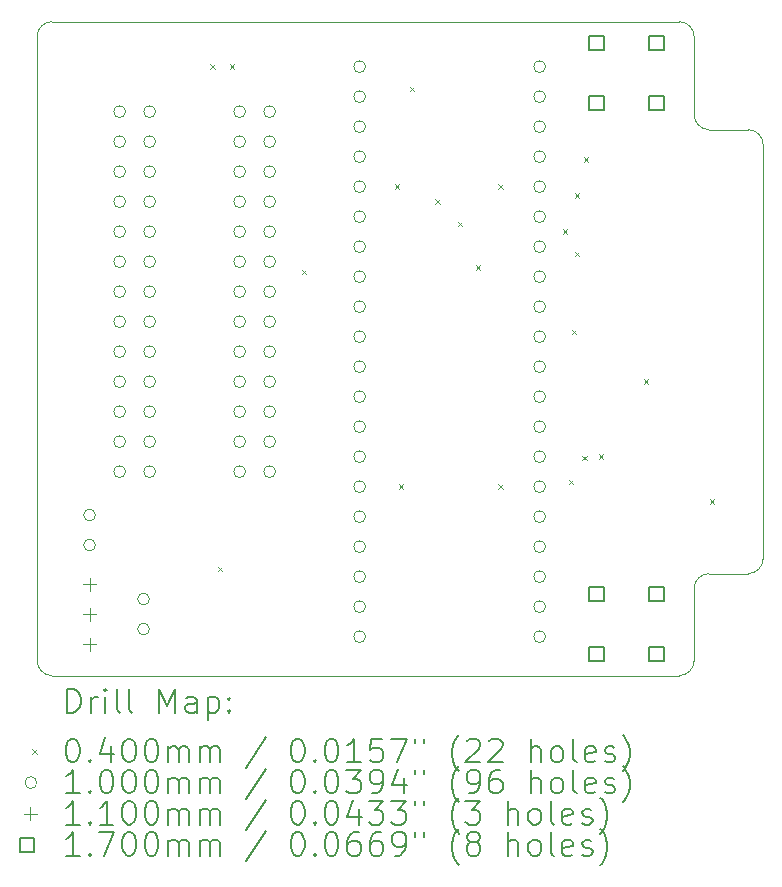
<source format=gbr>
%FSLAX45Y45*%
G04 Gerber Fmt 4.5, Leading zero omitted, Abs format (unit mm)*
G04 Created by KiCad (PCBNEW (6.0.4-0)) date 2022-04-27 14:28:38*
%MOMM*%
%LPD*%
G01*
G04 APERTURE LIST*
%TA.AperFunction,Profile*%
%ADD10C,0.050000*%
%TD*%
%ADD11C,0.200000*%
%ADD12C,0.040000*%
%ADD13C,0.100000*%
%ADD14C,0.110000*%
%ADD15C,0.170000*%
G04 APERTURE END LIST*
D10*
X18199100Y-9372600D02*
G75*
G03*
X18072100Y-9499600I0J-127000D01*
G01*
X18072100Y-5486400D02*
G75*
G03*
X18199100Y-5613400I127000J0D01*
G01*
X18656300Y-5740400D02*
G75*
G03*
X18529300Y-5613400I-127000J0D01*
G01*
X18529300Y-9372600D02*
G75*
G03*
X18656300Y-9245600I0J127000D01*
G01*
X12509500Y-10109200D02*
G75*
G03*
X12636500Y-10236200I127000J0D01*
G01*
X17945100Y-10236200D02*
G75*
G03*
X18072100Y-10109200I0J127000D01*
G01*
X18072100Y-4826000D02*
G75*
G03*
X17945100Y-4699000I-127000J0D01*
G01*
X12636500Y-4699000D02*
G75*
G03*
X12509500Y-4826000I0J-127000D01*
G01*
X18199100Y-9372600D02*
X18529300Y-9372600D01*
X18072100Y-9499600D02*
X18072100Y-10109200D01*
X18199100Y-5613400D02*
X18529300Y-5613400D01*
X18072100Y-4826000D02*
X18072100Y-5486400D01*
X12636500Y-4699000D02*
X17945100Y-4699000D01*
X12509500Y-10109200D02*
X12509500Y-4826000D01*
X17945100Y-10236200D02*
X12636500Y-10236200D01*
X18656300Y-5740400D02*
X18656300Y-9245600D01*
D11*
D12*
X13975400Y-5060000D02*
X14015400Y-5100000D01*
X14015400Y-5060000D02*
X13975400Y-5100000D01*
X14038900Y-9314500D02*
X14078900Y-9354500D01*
X14078900Y-9314500D02*
X14038900Y-9354500D01*
X14140500Y-5060000D02*
X14180500Y-5100000D01*
X14180500Y-5060000D02*
X14140500Y-5100000D01*
X14750100Y-6799900D02*
X14790100Y-6839900D01*
X14790100Y-6799900D02*
X14750100Y-6839900D01*
X15537500Y-6076000D02*
X15577500Y-6116000D01*
X15577500Y-6076000D02*
X15537500Y-6116000D01*
X15570520Y-8616000D02*
X15610520Y-8656000D01*
X15610520Y-8616000D02*
X15570520Y-8656000D01*
X15664500Y-5250500D02*
X15704500Y-5290500D01*
X15704500Y-5250500D02*
X15664500Y-5290500D01*
X15882532Y-6203364D02*
X15922532Y-6243364D01*
X15922532Y-6203364D02*
X15882532Y-6243364D01*
X16070900Y-6393500D02*
X16110900Y-6433500D01*
X16110900Y-6393500D02*
X16070900Y-6433500D01*
X16223300Y-6761800D02*
X16263300Y-6801800D01*
X16263300Y-6761800D02*
X16223300Y-6801800D01*
X16413800Y-6076000D02*
X16453800Y-6116000D01*
X16453800Y-6076000D02*
X16413800Y-6116000D01*
X16413800Y-8616000D02*
X16453800Y-8656000D01*
X16453800Y-8616000D02*
X16413800Y-8656000D01*
X16959900Y-6457000D02*
X16999900Y-6497000D01*
X16999900Y-6457000D02*
X16959900Y-6497000D01*
X17010700Y-8577900D02*
X17050700Y-8617900D01*
X17050700Y-8577900D02*
X17010700Y-8617900D01*
X17036100Y-7307900D02*
X17076100Y-7347900D01*
X17076100Y-7307900D02*
X17036100Y-7347900D01*
X17061500Y-6647500D02*
X17101500Y-6687500D01*
X17101500Y-6647500D02*
X17061500Y-6687500D01*
X17061500Y-6152200D02*
X17101500Y-6192200D01*
X17101500Y-6152200D02*
X17061500Y-6192200D01*
X17125000Y-8374700D02*
X17165000Y-8414700D01*
X17165000Y-8374700D02*
X17125000Y-8414700D01*
X17137700Y-5847400D02*
X17177700Y-5887400D01*
X17177700Y-5847400D02*
X17137700Y-5887400D01*
X17264700Y-8362000D02*
X17304700Y-8402000D01*
X17304700Y-8362000D02*
X17264700Y-8402000D01*
X17645700Y-7727000D02*
X17685700Y-7767000D01*
X17685700Y-7727000D02*
X17645700Y-7767000D01*
X18204500Y-8743000D02*
X18244500Y-8783000D01*
X18244500Y-8743000D02*
X18204500Y-8783000D01*
D13*
X13004000Y-8877300D02*
G75*
G03*
X13004000Y-8877300I-50000J0D01*
G01*
X13004000Y-9131300D02*
G75*
G03*
X13004000Y-9131300I-50000J0D01*
G01*
X13258000Y-5461000D02*
G75*
G03*
X13258000Y-5461000I-50000J0D01*
G01*
X13258000Y-5715000D02*
G75*
G03*
X13258000Y-5715000I-50000J0D01*
G01*
X13258000Y-5969000D02*
G75*
G03*
X13258000Y-5969000I-50000J0D01*
G01*
X13258000Y-6223000D02*
G75*
G03*
X13258000Y-6223000I-50000J0D01*
G01*
X13258000Y-6477000D02*
G75*
G03*
X13258000Y-6477000I-50000J0D01*
G01*
X13258000Y-6731000D02*
G75*
G03*
X13258000Y-6731000I-50000J0D01*
G01*
X13258000Y-6985000D02*
G75*
G03*
X13258000Y-6985000I-50000J0D01*
G01*
X13258000Y-7239000D02*
G75*
G03*
X13258000Y-7239000I-50000J0D01*
G01*
X13258000Y-7493000D02*
G75*
G03*
X13258000Y-7493000I-50000J0D01*
G01*
X13258000Y-7747000D02*
G75*
G03*
X13258000Y-7747000I-50000J0D01*
G01*
X13258000Y-8001000D02*
G75*
G03*
X13258000Y-8001000I-50000J0D01*
G01*
X13258000Y-8255000D02*
G75*
G03*
X13258000Y-8255000I-50000J0D01*
G01*
X13258000Y-8509000D02*
G75*
G03*
X13258000Y-8509000I-50000J0D01*
G01*
X13461200Y-9588500D02*
G75*
G03*
X13461200Y-9588500I-50000J0D01*
G01*
X13461200Y-9842500D02*
G75*
G03*
X13461200Y-9842500I-50000J0D01*
G01*
X13512000Y-5461000D02*
G75*
G03*
X13512000Y-5461000I-50000J0D01*
G01*
X13512000Y-5715000D02*
G75*
G03*
X13512000Y-5715000I-50000J0D01*
G01*
X13512000Y-5969000D02*
G75*
G03*
X13512000Y-5969000I-50000J0D01*
G01*
X13512000Y-6223000D02*
G75*
G03*
X13512000Y-6223000I-50000J0D01*
G01*
X13512000Y-6477000D02*
G75*
G03*
X13512000Y-6477000I-50000J0D01*
G01*
X13512000Y-6731000D02*
G75*
G03*
X13512000Y-6731000I-50000J0D01*
G01*
X13512000Y-6985000D02*
G75*
G03*
X13512000Y-6985000I-50000J0D01*
G01*
X13512000Y-7239000D02*
G75*
G03*
X13512000Y-7239000I-50000J0D01*
G01*
X13512000Y-7493000D02*
G75*
G03*
X13512000Y-7493000I-50000J0D01*
G01*
X13512000Y-7747000D02*
G75*
G03*
X13512000Y-7747000I-50000J0D01*
G01*
X13512000Y-8001000D02*
G75*
G03*
X13512000Y-8001000I-50000J0D01*
G01*
X13512000Y-8255000D02*
G75*
G03*
X13512000Y-8255000I-50000J0D01*
G01*
X13512000Y-8509000D02*
G75*
G03*
X13512000Y-8509000I-50000J0D01*
G01*
X14274000Y-5461000D02*
G75*
G03*
X14274000Y-5461000I-50000J0D01*
G01*
X14274000Y-5715000D02*
G75*
G03*
X14274000Y-5715000I-50000J0D01*
G01*
X14274000Y-5969000D02*
G75*
G03*
X14274000Y-5969000I-50000J0D01*
G01*
X14274000Y-6223000D02*
G75*
G03*
X14274000Y-6223000I-50000J0D01*
G01*
X14274000Y-6477000D02*
G75*
G03*
X14274000Y-6477000I-50000J0D01*
G01*
X14274000Y-6731000D02*
G75*
G03*
X14274000Y-6731000I-50000J0D01*
G01*
X14274000Y-6985000D02*
G75*
G03*
X14274000Y-6985000I-50000J0D01*
G01*
X14274000Y-7239000D02*
G75*
G03*
X14274000Y-7239000I-50000J0D01*
G01*
X14274000Y-7493000D02*
G75*
G03*
X14274000Y-7493000I-50000J0D01*
G01*
X14274000Y-7747000D02*
G75*
G03*
X14274000Y-7747000I-50000J0D01*
G01*
X14274000Y-8001000D02*
G75*
G03*
X14274000Y-8001000I-50000J0D01*
G01*
X14274000Y-8255000D02*
G75*
G03*
X14274000Y-8255000I-50000J0D01*
G01*
X14274000Y-8509000D02*
G75*
G03*
X14274000Y-8509000I-50000J0D01*
G01*
X14528000Y-5461000D02*
G75*
G03*
X14528000Y-5461000I-50000J0D01*
G01*
X14528000Y-5715000D02*
G75*
G03*
X14528000Y-5715000I-50000J0D01*
G01*
X14528000Y-5969000D02*
G75*
G03*
X14528000Y-5969000I-50000J0D01*
G01*
X14528000Y-6223000D02*
G75*
G03*
X14528000Y-6223000I-50000J0D01*
G01*
X14528000Y-6477000D02*
G75*
G03*
X14528000Y-6477000I-50000J0D01*
G01*
X14528000Y-6731000D02*
G75*
G03*
X14528000Y-6731000I-50000J0D01*
G01*
X14528000Y-6985000D02*
G75*
G03*
X14528000Y-6985000I-50000J0D01*
G01*
X14528000Y-7239000D02*
G75*
G03*
X14528000Y-7239000I-50000J0D01*
G01*
X14528000Y-7493000D02*
G75*
G03*
X14528000Y-7493000I-50000J0D01*
G01*
X14528000Y-7747000D02*
G75*
G03*
X14528000Y-7747000I-50000J0D01*
G01*
X14528000Y-8001000D02*
G75*
G03*
X14528000Y-8001000I-50000J0D01*
G01*
X14528000Y-8255000D02*
G75*
G03*
X14528000Y-8255000I-50000J0D01*
G01*
X14528000Y-8509000D02*
G75*
G03*
X14528000Y-8509000I-50000J0D01*
G01*
X15290000Y-5080000D02*
G75*
G03*
X15290000Y-5080000I-50000J0D01*
G01*
X15290000Y-5334000D02*
G75*
G03*
X15290000Y-5334000I-50000J0D01*
G01*
X15290000Y-5588000D02*
G75*
G03*
X15290000Y-5588000I-50000J0D01*
G01*
X15290000Y-5842000D02*
G75*
G03*
X15290000Y-5842000I-50000J0D01*
G01*
X15290000Y-6096000D02*
G75*
G03*
X15290000Y-6096000I-50000J0D01*
G01*
X15290000Y-6350000D02*
G75*
G03*
X15290000Y-6350000I-50000J0D01*
G01*
X15290000Y-6604000D02*
G75*
G03*
X15290000Y-6604000I-50000J0D01*
G01*
X15290000Y-6858000D02*
G75*
G03*
X15290000Y-6858000I-50000J0D01*
G01*
X15290000Y-7112000D02*
G75*
G03*
X15290000Y-7112000I-50000J0D01*
G01*
X15290000Y-7366000D02*
G75*
G03*
X15290000Y-7366000I-50000J0D01*
G01*
X15290000Y-7620000D02*
G75*
G03*
X15290000Y-7620000I-50000J0D01*
G01*
X15290000Y-7874000D02*
G75*
G03*
X15290000Y-7874000I-50000J0D01*
G01*
X15290000Y-8128000D02*
G75*
G03*
X15290000Y-8128000I-50000J0D01*
G01*
X15290000Y-8382000D02*
G75*
G03*
X15290000Y-8382000I-50000J0D01*
G01*
X15290000Y-8636000D02*
G75*
G03*
X15290000Y-8636000I-50000J0D01*
G01*
X15290000Y-8890000D02*
G75*
G03*
X15290000Y-8890000I-50000J0D01*
G01*
X15290000Y-9144000D02*
G75*
G03*
X15290000Y-9144000I-50000J0D01*
G01*
X15290000Y-9398000D02*
G75*
G03*
X15290000Y-9398000I-50000J0D01*
G01*
X15290000Y-9652000D02*
G75*
G03*
X15290000Y-9652000I-50000J0D01*
G01*
X15290000Y-9906000D02*
G75*
G03*
X15290000Y-9906000I-50000J0D01*
G01*
X16814000Y-5080000D02*
G75*
G03*
X16814000Y-5080000I-50000J0D01*
G01*
X16814000Y-5334000D02*
G75*
G03*
X16814000Y-5334000I-50000J0D01*
G01*
X16814000Y-5588000D02*
G75*
G03*
X16814000Y-5588000I-50000J0D01*
G01*
X16814000Y-5842000D02*
G75*
G03*
X16814000Y-5842000I-50000J0D01*
G01*
X16814000Y-6096000D02*
G75*
G03*
X16814000Y-6096000I-50000J0D01*
G01*
X16814000Y-6350000D02*
G75*
G03*
X16814000Y-6350000I-50000J0D01*
G01*
X16814000Y-6604000D02*
G75*
G03*
X16814000Y-6604000I-50000J0D01*
G01*
X16814000Y-6858000D02*
G75*
G03*
X16814000Y-6858000I-50000J0D01*
G01*
X16814000Y-7112000D02*
G75*
G03*
X16814000Y-7112000I-50000J0D01*
G01*
X16814000Y-7366000D02*
G75*
G03*
X16814000Y-7366000I-50000J0D01*
G01*
X16814000Y-7620000D02*
G75*
G03*
X16814000Y-7620000I-50000J0D01*
G01*
X16814000Y-7874000D02*
G75*
G03*
X16814000Y-7874000I-50000J0D01*
G01*
X16814000Y-8128000D02*
G75*
G03*
X16814000Y-8128000I-50000J0D01*
G01*
X16814000Y-8382000D02*
G75*
G03*
X16814000Y-8382000I-50000J0D01*
G01*
X16814000Y-8636000D02*
G75*
G03*
X16814000Y-8636000I-50000J0D01*
G01*
X16814000Y-8890000D02*
G75*
G03*
X16814000Y-8890000I-50000J0D01*
G01*
X16814000Y-9144000D02*
G75*
G03*
X16814000Y-9144000I-50000J0D01*
G01*
X16814000Y-9398000D02*
G75*
G03*
X16814000Y-9398000I-50000J0D01*
G01*
X16814000Y-9652000D02*
G75*
G03*
X16814000Y-9652000I-50000J0D01*
G01*
X16814000Y-9906000D02*
G75*
G03*
X16814000Y-9906000I-50000J0D01*
G01*
D14*
X12954000Y-9406500D02*
X12954000Y-9516500D01*
X12899000Y-9461500D02*
X13009000Y-9461500D01*
X12954000Y-9660500D02*
X12954000Y-9770500D01*
X12899000Y-9715500D02*
X13009000Y-9715500D01*
X12954000Y-9914500D02*
X12954000Y-10024500D01*
X12899000Y-9969500D02*
X13009000Y-9969500D01*
D15*
X17306205Y-4939205D02*
X17306205Y-4818995D01*
X17185995Y-4818995D01*
X17185995Y-4939205D01*
X17306205Y-4939205D01*
X17306205Y-5447205D02*
X17306205Y-5326995D01*
X17185995Y-5326995D01*
X17185995Y-5447205D01*
X17306205Y-5447205D01*
X17306205Y-9608205D02*
X17306205Y-9487995D01*
X17185995Y-9487995D01*
X17185995Y-9608205D01*
X17306205Y-9608205D01*
X17306205Y-10116205D02*
X17306205Y-9995995D01*
X17185995Y-9995995D01*
X17185995Y-10116205D01*
X17306205Y-10116205D01*
X17814205Y-4939205D02*
X17814205Y-4818995D01*
X17693995Y-4818995D01*
X17693995Y-4939205D01*
X17814205Y-4939205D01*
X17814205Y-5447205D02*
X17814205Y-5326995D01*
X17693995Y-5326995D01*
X17693995Y-5447205D01*
X17814205Y-5447205D01*
X17814205Y-9608205D02*
X17814205Y-9487995D01*
X17693995Y-9487995D01*
X17693995Y-9608205D01*
X17814205Y-9608205D01*
X17814205Y-10116205D02*
X17814205Y-9995995D01*
X17693995Y-9995995D01*
X17693995Y-10116205D01*
X17814205Y-10116205D01*
D11*
X12764619Y-10549176D02*
X12764619Y-10349176D01*
X12812238Y-10349176D01*
X12840809Y-10358700D01*
X12859857Y-10377748D01*
X12869381Y-10396795D01*
X12878905Y-10434890D01*
X12878905Y-10463462D01*
X12869381Y-10501557D01*
X12859857Y-10520605D01*
X12840809Y-10539652D01*
X12812238Y-10549176D01*
X12764619Y-10549176D01*
X12964619Y-10549176D02*
X12964619Y-10415843D01*
X12964619Y-10453938D02*
X12974143Y-10434890D01*
X12983667Y-10425367D01*
X13002714Y-10415843D01*
X13021762Y-10415843D01*
X13088428Y-10549176D02*
X13088428Y-10415843D01*
X13088428Y-10349176D02*
X13078905Y-10358700D01*
X13088428Y-10368224D01*
X13097952Y-10358700D01*
X13088428Y-10349176D01*
X13088428Y-10368224D01*
X13212238Y-10549176D02*
X13193190Y-10539652D01*
X13183667Y-10520605D01*
X13183667Y-10349176D01*
X13317000Y-10549176D02*
X13297952Y-10539652D01*
X13288428Y-10520605D01*
X13288428Y-10349176D01*
X13545571Y-10549176D02*
X13545571Y-10349176D01*
X13612238Y-10492033D01*
X13678905Y-10349176D01*
X13678905Y-10549176D01*
X13859857Y-10549176D02*
X13859857Y-10444414D01*
X13850333Y-10425367D01*
X13831286Y-10415843D01*
X13793190Y-10415843D01*
X13774143Y-10425367D01*
X13859857Y-10539652D02*
X13840809Y-10549176D01*
X13793190Y-10549176D01*
X13774143Y-10539652D01*
X13764619Y-10520605D01*
X13764619Y-10501557D01*
X13774143Y-10482510D01*
X13793190Y-10472986D01*
X13840809Y-10472986D01*
X13859857Y-10463462D01*
X13955095Y-10415843D02*
X13955095Y-10615843D01*
X13955095Y-10425367D02*
X13974143Y-10415843D01*
X14012238Y-10415843D01*
X14031286Y-10425367D01*
X14040809Y-10434890D01*
X14050333Y-10453938D01*
X14050333Y-10511081D01*
X14040809Y-10530129D01*
X14031286Y-10539652D01*
X14012238Y-10549176D01*
X13974143Y-10549176D01*
X13955095Y-10539652D01*
X14136048Y-10530129D02*
X14145571Y-10539652D01*
X14136048Y-10549176D01*
X14126524Y-10539652D01*
X14136048Y-10530129D01*
X14136048Y-10549176D01*
X14136048Y-10425367D02*
X14145571Y-10434890D01*
X14136048Y-10444414D01*
X14126524Y-10434890D01*
X14136048Y-10425367D01*
X14136048Y-10444414D01*
D12*
X12467000Y-10858700D02*
X12507000Y-10898700D01*
X12507000Y-10858700D02*
X12467000Y-10898700D01*
D11*
X12802714Y-10769176D02*
X12821762Y-10769176D01*
X12840809Y-10778700D01*
X12850333Y-10788224D01*
X12859857Y-10807271D01*
X12869381Y-10845367D01*
X12869381Y-10892986D01*
X12859857Y-10931081D01*
X12850333Y-10950129D01*
X12840809Y-10959652D01*
X12821762Y-10969176D01*
X12802714Y-10969176D01*
X12783667Y-10959652D01*
X12774143Y-10950129D01*
X12764619Y-10931081D01*
X12755095Y-10892986D01*
X12755095Y-10845367D01*
X12764619Y-10807271D01*
X12774143Y-10788224D01*
X12783667Y-10778700D01*
X12802714Y-10769176D01*
X12955095Y-10950129D02*
X12964619Y-10959652D01*
X12955095Y-10969176D01*
X12945571Y-10959652D01*
X12955095Y-10950129D01*
X12955095Y-10969176D01*
X13136048Y-10835843D02*
X13136048Y-10969176D01*
X13088428Y-10759652D02*
X13040809Y-10902510D01*
X13164619Y-10902510D01*
X13278905Y-10769176D02*
X13297952Y-10769176D01*
X13317000Y-10778700D01*
X13326524Y-10788224D01*
X13336048Y-10807271D01*
X13345571Y-10845367D01*
X13345571Y-10892986D01*
X13336048Y-10931081D01*
X13326524Y-10950129D01*
X13317000Y-10959652D01*
X13297952Y-10969176D01*
X13278905Y-10969176D01*
X13259857Y-10959652D01*
X13250333Y-10950129D01*
X13240809Y-10931081D01*
X13231286Y-10892986D01*
X13231286Y-10845367D01*
X13240809Y-10807271D01*
X13250333Y-10788224D01*
X13259857Y-10778700D01*
X13278905Y-10769176D01*
X13469381Y-10769176D02*
X13488428Y-10769176D01*
X13507476Y-10778700D01*
X13517000Y-10788224D01*
X13526524Y-10807271D01*
X13536048Y-10845367D01*
X13536048Y-10892986D01*
X13526524Y-10931081D01*
X13517000Y-10950129D01*
X13507476Y-10959652D01*
X13488428Y-10969176D01*
X13469381Y-10969176D01*
X13450333Y-10959652D01*
X13440809Y-10950129D01*
X13431286Y-10931081D01*
X13421762Y-10892986D01*
X13421762Y-10845367D01*
X13431286Y-10807271D01*
X13440809Y-10788224D01*
X13450333Y-10778700D01*
X13469381Y-10769176D01*
X13621762Y-10969176D02*
X13621762Y-10835843D01*
X13621762Y-10854890D02*
X13631286Y-10845367D01*
X13650333Y-10835843D01*
X13678905Y-10835843D01*
X13697952Y-10845367D01*
X13707476Y-10864414D01*
X13707476Y-10969176D01*
X13707476Y-10864414D02*
X13717000Y-10845367D01*
X13736048Y-10835843D01*
X13764619Y-10835843D01*
X13783667Y-10845367D01*
X13793190Y-10864414D01*
X13793190Y-10969176D01*
X13888428Y-10969176D02*
X13888428Y-10835843D01*
X13888428Y-10854890D02*
X13897952Y-10845367D01*
X13917000Y-10835843D01*
X13945571Y-10835843D01*
X13964619Y-10845367D01*
X13974143Y-10864414D01*
X13974143Y-10969176D01*
X13974143Y-10864414D02*
X13983667Y-10845367D01*
X14002714Y-10835843D01*
X14031286Y-10835843D01*
X14050333Y-10845367D01*
X14059857Y-10864414D01*
X14059857Y-10969176D01*
X14450333Y-10759652D02*
X14278905Y-11016795D01*
X14707476Y-10769176D02*
X14726524Y-10769176D01*
X14745571Y-10778700D01*
X14755095Y-10788224D01*
X14764619Y-10807271D01*
X14774143Y-10845367D01*
X14774143Y-10892986D01*
X14764619Y-10931081D01*
X14755095Y-10950129D01*
X14745571Y-10959652D01*
X14726524Y-10969176D01*
X14707476Y-10969176D01*
X14688428Y-10959652D01*
X14678905Y-10950129D01*
X14669381Y-10931081D01*
X14659857Y-10892986D01*
X14659857Y-10845367D01*
X14669381Y-10807271D01*
X14678905Y-10788224D01*
X14688428Y-10778700D01*
X14707476Y-10769176D01*
X14859857Y-10950129D02*
X14869381Y-10959652D01*
X14859857Y-10969176D01*
X14850333Y-10959652D01*
X14859857Y-10950129D01*
X14859857Y-10969176D01*
X14993190Y-10769176D02*
X15012238Y-10769176D01*
X15031286Y-10778700D01*
X15040809Y-10788224D01*
X15050333Y-10807271D01*
X15059857Y-10845367D01*
X15059857Y-10892986D01*
X15050333Y-10931081D01*
X15040809Y-10950129D01*
X15031286Y-10959652D01*
X15012238Y-10969176D01*
X14993190Y-10969176D01*
X14974143Y-10959652D01*
X14964619Y-10950129D01*
X14955095Y-10931081D01*
X14945571Y-10892986D01*
X14945571Y-10845367D01*
X14955095Y-10807271D01*
X14964619Y-10788224D01*
X14974143Y-10778700D01*
X14993190Y-10769176D01*
X15250333Y-10969176D02*
X15136048Y-10969176D01*
X15193190Y-10969176D02*
X15193190Y-10769176D01*
X15174143Y-10797748D01*
X15155095Y-10816795D01*
X15136048Y-10826319D01*
X15431286Y-10769176D02*
X15336048Y-10769176D01*
X15326524Y-10864414D01*
X15336048Y-10854890D01*
X15355095Y-10845367D01*
X15402714Y-10845367D01*
X15421762Y-10854890D01*
X15431286Y-10864414D01*
X15440809Y-10883462D01*
X15440809Y-10931081D01*
X15431286Y-10950129D01*
X15421762Y-10959652D01*
X15402714Y-10969176D01*
X15355095Y-10969176D01*
X15336048Y-10959652D01*
X15326524Y-10950129D01*
X15507476Y-10769176D02*
X15640809Y-10769176D01*
X15555095Y-10969176D01*
X15707476Y-10769176D02*
X15707476Y-10807271D01*
X15783667Y-10769176D02*
X15783667Y-10807271D01*
X16078905Y-11045367D02*
X16069381Y-11035843D01*
X16050333Y-11007271D01*
X16040809Y-10988224D01*
X16031286Y-10959652D01*
X16021762Y-10912033D01*
X16021762Y-10873938D01*
X16031286Y-10826319D01*
X16040809Y-10797748D01*
X16050333Y-10778700D01*
X16069381Y-10750129D01*
X16078905Y-10740605D01*
X16145571Y-10788224D02*
X16155095Y-10778700D01*
X16174143Y-10769176D01*
X16221762Y-10769176D01*
X16240809Y-10778700D01*
X16250333Y-10788224D01*
X16259857Y-10807271D01*
X16259857Y-10826319D01*
X16250333Y-10854890D01*
X16136048Y-10969176D01*
X16259857Y-10969176D01*
X16336048Y-10788224D02*
X16345571Y-10778700D01*
X16364619Y-10769176D01*
X16412238Y-10769176D01*
X16431286Y-10778700D01*
X16440809Y-10788224D01*
X16450333Y-10807271D01*
X16450333Y-10826319D01*
X16440809Y-10854890D01*
X16326524Y-10969176D01*
X16450333Y-10969176D01*
X16688428Y-10969176D02*
X16688428Y-10769176D01*
X16774143Y-10969176D02*
X16774143Y-10864414D01*
X16764619Y-10845367D01*
X16745571Y-10835843D01*
X16717000Y-10835843D01*
X16697952Y-10845367D01*
X16688428Y-10854890D01*
X16897952Y-10969176D02*
X16878905Y-10959652D01*
X16869381Y-10950129D01*
X16859857Y-10931081D01*
X16859857Y-10873938D01*
X16869381Y-10854890D01*
X16878905Y-10845367D01*
X16897952Y-10835843D01*
X16926524Y-10835843D01*
X16945571Y-10845367D01*
X16955095Y-10854890D01*
X16964619Y-10873938D01*
X16964619Y-10931081D01*
X16955095Y-10950129D01*
X16945571Y-10959652D01*
X16926524Y-10969176D01*
X16897952Y-10969176D01*
X17078905Y-10969176D02*
X17059857Y-10959652D01*
X17050333Y-10940605D01*
X17050333Y-10769176D01*
X17231286Y-10959652D02*
X17212238Y-10969176D01*
X17174143Y-10969176D01*
X17155095Y-10959652D01*
X17145571Y-10940605D01*
X17145571Y-10864414D01*
X17155095Y-10845367D01*
X17174143Y-10835843D01*
X17212238Y-10835843D01*
X17231286Y-10845367D01*
X17240810Y-10864414D01*
X17240810Y-10883462D01*
X17145571Y-10902510D01*
X17317000Y-10959652D02*
X17336048Y-10969176D01*
X17374143Y-10969176D01*
X17393190Y-10959652D01*
X17402714Y-10940605D01*
X17402714Y-10931081D01*
X17393190Y-10912033D01*
X17374143Y-10902510D01*
X17345571Y-10902510D01*
X17326524Y-10892986D01*
X17317000Y-10873938D01*
X17317000Y-10864414D01*
X17326524Y-10845367D01*
X17345571Y-10835843D01*
X17374143Y-10835843D01*
X17393190Y-10845367D01*
X17469381Y-11045367D02*
X17478905Y-11035843D01*
X17497952Y-11007271D01*
X17507476Y-10988224D01*
X17517000Y-10959652D01*
X17526524Y-10912033D01*
X17526524Y-10873938D01*
X17517000Y-10826319D01*
X17507476Y-10797748D01*
X17497952Y-10778700D01*
X17478905Y-10750129D01*
X17469381Y-10740605D01*
D13*
X12507000Y-11142700D02*
G75*
G03*
X12507000Y-11142700I-50000J0D01*
G01*
D11*
X12869381Y-11233176D02*
X12755095Y-11233176D01*
X12812238Y-11233176D02*
X12812238Y-11033176D01*
X12793190Y-11061748D01*
X12774143Y-11080795D01*
X12755095Y-11090319D01*
X12955095Y-11214128D02*
X12964619Y-11223652D01*
X12955095Y-11233176D01*
X12945571Y-11223652D01*
X12955095Y-11214128D01*
X12955095Y-11233176D01*
X13088428Y-11033176D02*
X13107476Y-11033176D01*
X13126524Y-11042700D01*
X13136048Y-11052224D01*
X13145571Y-11071271D01*
X13155095Y-11109367D01*
X13155095Y-11156986D01*
X13145571Y-11195081D01*
X13136048Y-11214128D01*
X13126524Y-11223652D01*
X13107476Y-11233176D01*
X13088428Y-11233176D01*
X13069381Y-11223652D01*
X13059857Y-11214128D01*
X13050333Y-11195081D01*
X13040809Y-11156986D01*
X13040809Y-11109367D01*
X13050333Y-11071271D01*
X13059857Y-11052224D01*
X13069381Y-11042700D01*
X13088428Y-11033176D01*
X13278905Y-11033176D02*
X13297952Y-11033176D01*
X13317000Y-11042700D01*
X13326524Y-11052224D01*
X13336048Y-11071271D01*
X13345571Y-11109367D01*
X13345571Y-11156986D01*
X13336048Y-11195081D01*
X13326524Y-11214128D01*
X13317000Y-11223652D01*
X13297952Y-11233176D01*
X13278905Y-11233176D01*
X13259857Y-11223652D01*
X13250333Y-11214128D01*
X13240809Y-11195081D01*
X13231286Y-11156986D01*
X13231286Y-11109367D01*
X13240809Y-11071271D01*
X13250333Y-11052224D01*
X13259857Y-11042700D01*
X13278905Y-11033176D01*
X13469381Y-11033176D02*
X13488428Y-11033176D01*
X13507476Y-11042700D01*
X13517000Y-11052224D01*
X13526524Y-11071271D01*
X13536048Y-11109367D01*
X13536048Y-11156986D01*
X13526524Y-11195081D01*
X13517000Y-11214128D01*
X13507476Y-11223652D01*
X13488428Y-11233176D01*
X13469381Y-11233176D01*
X13450333Y-11223652D01*
X13440809Y-11214128D01*
X13431286Y-11195081D01*
X13421762Y-11156986D01*
X13421762Y-11109367D01*
X13431286Y-11071271D01*
X13440809Y-11052224D01*
X13450333Y-11042700D01*
X13469381Y-11033176D01*
X13621762Y-11233176D02*
X13621762Y-11099843D01*
X13621762Y-11118890D02*
X13631286Y-11109367D01*
X13650333Y-11099843D01*
X13678905Y-11099843D01*
X13697952Y-11109367D01*
X13707476Y-11128414D01*
X13707476Y-11233176D01*
X13707476Y-11128414D02*
X13717000Y-11109367D01*
X13736048Y-11099843D01*
X13764619Y-11099843D01*
X13783667Y-11109367D01*
X13793190Y-11128414D01*
X13793190Y-11233176D01*
X13888428Y-11233176D02*
X13888428Y-11099843D01*
X13888428Y-11118890D02*
X13897952Y-11109367D01*
X13917000Y-11099843D01*
X13945571Y-11099843D01*
X13964619Y-11109367D01*
X13974143Y-11128414D01*
X13974143Y-11233176D01*
X13974143Y-11128414D02*
X13983667Y-11109367D01*
X14002714Y-11099843D01*
X14031286Y-11099843D01*
X14050333Y-11109367D01*
X14059857Y-11128414D01*
X14059857Y-11233176D01*
X14450333Y-11023652D02*
X14278905Y-11280795D01*
X14707476Y-11033176D02*
X14726524Y-11033176D01*
X14745571Y-11042700D01*
X14755095Y-11052224D01*
X14764619Y-11071271D01*
X14774143Y-11109367D01*
X14774143Y-11156986D01*
X14764619Y-11195081D01*
X14755095Y-11214128D01*
X14745571Y-11223652D01*
X14726524Y-11233176D01*
X14707476Y-11233176D01*
X14688428Y-11223652D01*
X14678905Y-11214128D01*
X14669381Y-11195081D01*
X14659857Y-11156986D01*
X14659857Y-11109367D01*
X14669381Y-11071271D01*
X14678905Y-11052224D01*
X14688428Y-11042700D01*
X14707476Y-11033176D01*
X14859857Y-11214128D02*
X14869381Y-11223652D01*
X14859857Y-11233176D01*
X14850333Y-11223652D01*
X14859857Y-11214128D01*
X14859857Y-11233176D01*
X14993190Y-11033176D02*
X15012238Y-11033176D01*
X15031286Y-11042700D01*
X15040809Y-11052224D01*
X15050333Y-11071271D01*
X15059857Y-11109367D01*
X15059857Y-11156986D01*
X15050333Y-11195081D01*
X15040809Y-11214128D01*
X15031286Y-11223652D01*
X15012238Y-11233176D01*
X14993190Y-11233176D01*
X14974143Y-11223652D01*
X14964619Y-11214128D01*
X14955095Y-11195081D01*
X14945571Y-11156986D01*
X14945571Y-11109367D01*
X14955095Y-11071271D01*
X14964619Y-11052224D01*
X14974143Y-11042700D01*
X14993190Y-11033176D01*
X15126524Y-11033176D02*
X15250333Y-11033176D01*
X15183667Y-11109367D01*
X15212238Y-11109367D01*
X15231286Y-11118890D01*
X15240809Y-11128414D01*
X15250333Y-11147462D01*
X15250333Y-11195081D01*
X15240809Y-11214128D01*
X15231286Y-11223652D01*
X15212238Y-11233176D01*
X15155095Y-11233176D01*
X15136048Y-11223652D01*
X15126524Y-11214128D01*
X15345571Y-11233176D02*
X15383667Y-11233176D01*
X15402714Y-11223652D01*
X15412238Y-11214128D01*
X15431286Y-11185557D01*
X15440809Y-11147462D01*
X15440809Y-11071271D01*
X15431286Y-11052224D01*
X15421762Y-11042700D01*
X15402714Y-11033176D01*
X15364619Y-11033176D01*
X15345571Y-11042700D01*
X15336048Y-11052224D01*
X15326524Y-11071271D01*
X15326524Y-11118890D01*
X15336048Y-11137938D01*
X15345571Y-11147462D01*
X15364619Y-11156986D01*
X15402714Y-11156986D01*
X15421762Y-11147462D01*
X15431286Y-11137938D01*
X15440809Y-11118890D01*
X15612238Y-11099843D02*
X15612238Y-11233176D01*
X15564619Y-11023652D02*
X15517000Y-11166510D01*
X15640809Y-11166510D01*
X15707476Y-11033176D02*
X15707476Y-11071271D01*
X15783667Y-11033176D02*
X15783667Y-11071271D01*
X16078905Y-11309367D02*
X16069381Y-11299843D01*
X16050333Y-11271271D01*
X16040809Y-11252224D01*
X16031286Y-11223652D01*
X16021762Y-11176033D01*
X16021762Y-11137938D01*
X16031286Y-11090319D01*
X16040809Y-11061748D01*
X16050333Y-11042700D01*
X16069381Y-11014129D01*
X16078905Y-11004605D01*
X16164619Y-11233176D02*
X16202714Y-11233176D01*
X16221762Y-11223652D01*
X16231286Y-11214128D01*
X16250333Y-11185557D01*
X16259857Y-11147462D01*
X16259857Y-11071271D01*
X16250333Y-11052224D01*
X16240809Y-11042700D01*
X16221762Y-11033176D01*
X16183667Y-11033176D01*
X16164619Y-11042700D01*
X16155095Y-11052224D01*
X16145571Y-11071271D01*
X16145571Y-11118890D01*
X16155095Y-11137938D01*
X16164619Y-11147462D01*
X16183667Y-11156986D01*
X16221762Y-11156986D01*
X16240809Y-11147462D01*
X16250333Y-11137938D01*
X16259857Y-11118890D01*
X16431286Y-11033176D02*
X16393190Y-11033176D01*
X16374143Y-11042700D01*
X16364619Y-11052224D01*
X16345571Y-11080795D01*
X16336048Y-11118890D01*
X16336048Y-11195081D01*
X16345571Y-11214128D01*
X16355095Y-11223652D01*
X16374143Y-11233176D01*
X16412238Y-11233176D01*
X16431286Y-11223652D01*
X16440809Y-11214128D01*
X16450333Y-11195081D01*
X16450333Y-11147462D01*
X16440809Y-11128414D01*
X16431286Y-11118890D01*
X16412238Y-11109367D01*
X16374143Y-11109367D01*
X16355095Y-11118890D01*
X16345571Y-11128414D01*
X16336048Y-11147462D01*
X16688428Y-11233176D02*
X16688428Y-11033176D01*
X16774143Y-11233176D02*
X16774143Y-11128414D01*
X16764619Y-11109367D01*
X16745571Y-11099843D01*
X16717000Y-11099843D01*
X16697952Y-11109367D01*
X16688428Y-11118890D01*
X16897952Y-11233176D02*
X16878905Y-11223652D01*
X16869381Y-11214128D01*
X16859857Y-11195081D01*
X16859857Y-11137938D01*
X16869381Y-11118890D01*
X16878905Y-11109367D01*
X16897952Y-11099843D01*
X16926524Y-11099843D01*
X16945571Y-11109367D01*
X16955095Y-11118890D01*
X16964619Y-11137938D01*
X16964619Y-11195081D01*
X16955095Y-11214128D01*
X16945571Y-11223652D01*
X16926524Y-11233176D01*
X16897952Y-11233176D01*
X17078905Y-11233176D02*
X17059857Y-11223652D01*
X17050333Y-11204605D01*
X17050333Y-11033176D01*
X17231286Y-11223652D02*
X17212238Y-11233176D01*
X17174143Y-11233176D01*
X17155095Y-11223652D01*
X17145571Y-11204605D01*
X17145571Y-11128414D01*
X17155095Y-11109367D01*
X17174143Y-11099843D01*
X17212238Y-11099843D01*
X17231286Y-11109367D01*
X17240810Y-11128414D01*
X17240810Y-11147462D01*
X17145571Y-11166510D01*
X17317000Y-11223652D02*
X17336048Y-11233176D01*
X17374143Y-11233176D01*
X17393190Y-11223652D01*
X17402714Y-11204605D01*
X17402714Y-11195081D01*
X17393190Y-11176033D01*
X17374143Y-11166510D01*
X17345571Y-11166510D01*
X17326524Y-11156986D01*
X17317000Y-11137938D01*
X17317000Y-11128414D01*
X17326524Y-11109367D01*
X17345571Y-11099843D01*
X17374143Y-11099843D01*
X17393190Y-11109367D01*
X17469381Y-11309367D02*
X17478905Y-11299843D01*
X17497952Y-11271271D01*
X17507476Y-11252224D01*
X17517000Y-11223652D01*
X17526524Y-11176033D01*
X17526524Y-11137938D01*
X17517000Y-11090319D01*
X17507476Y-11061748D01*
X17497952Y-11042700D01*
X17478905Y-11014129D01*
X17469381Y-11004605D01*
D14*
X12452000Y-11351700D02*
X12452000Y-11461700D01*
X12397000Y-11406700D02*
X12507000Y-11406700D01*
D11*
X12869381Y-11497176D02*
X12755095Y-11497176D01*
X12812238Y-11497176D02*
X12812238Y-11297176D01*
X12793190Y-11325748D01*
X12774143Y-11344795D01*
X12755095Y-11354319D01*
X12955095Y-11478128D02*
X12964619Y-11487652D01*
X12955095Y-11497176D01*
X12945571Y-11487652D01*
X12955095Y-11478128D01*
X12955095Y-11497176D01*
X13155095Y-11497176D02*
X13040809Y-11497176D01*
X13097952Y-11497176D02*
X13097952Y-11297176D01*
X13078905Y-11325748D01*
X13059857Y-11344795D01*
X13040809Y-11354319D01*
X13278905Y-11297176D02*
X13297952Y-11297176D01*
X13317000Y-11306700D01*
X13326524Y-11316224D01*
X13336048Y-11335271D01*
X13345571Y-11373367D01*
X13345571Y-11420986D01*
X13336048Y-11459081D01*
X13326524Y-11478128D01*
X13317000Y-11487652D01*
X13297952Y-11497176D01*
X13278905Y-11497176D01*
X13259857Y-11487652D01*
X13250333Y-11478128D01*
X13240809Y-11459081D01*
X13231286Y-11420986D01*
X13231286Y-11373367D01*
X13240809Y-11335271D01*
X13250333Y-11316224D01*
X13259857Y-11306700D01*
X13278905Y-11297176D01*
X13469381Y-11297176D02*
X13488428Y-11297176D01*
X13507476Y-11306700D01*
X13517000Y-11316224D01*
X13526524Y-11335271D01*
X13536048Y-11373367D01*
X13536048Y-11420986D01*
X13526524Y-11459081D01*
X13517000Y-11478128D01*
X13507476Y-11487652D01*
X13488428Y-11497176D01*
X13469381Y-11497176D01*
X13450333Y-11487652D01*
X13440809Y-11478128D01*
X13431286Y-11459081D01*
X13421762Y-11420986D01*
X13421762Y-11373367D01*
X13431286Y-11335271D01*
X13440809Y-11316224D01*
X13450333Y-11306700D01*
X13469381Y-11297176D01*
X13621762Y-11497176D02*
X13621762Y-11363843D01*
X13621762Y-11382890D02*
X13631286Y-11373367D01*
X13650333Y-11363843D01*
X13678905Y-11363843D01*
X13697952Y-11373367D01*
X13707476Y-11392414D01*
X13707476Y-11497176D01*
X13707476Y-11392414D02*
X13717000Y-11373367D01*
X13736048Y-11363843D01*
X13764619Y-11363843D01*
X13783667Y-11373367D01*
X13793190Y-11392414D01*
X13793190Y-11497176D01*
X13888428Y-11497176D02*
X13888428Y-11363843D01*
X13888428Y-11382890D02*
X13897952Y-11373367D01*
X13917000Y-11363843D01*
X13945571Y-11363843D01*
X13964619Y-11373367D01*
X13974143Y-11392414D01*
X13974143Y-11497176D01*
X13974143Y-11392414D02*
X13983667Y-11373367D01*
X14002714Y-11363843D01*
X14031286Y-11363843D01*
X14050333Y-11373367D01*
X14059857Y-11392414D01*
X14059857Y-11497176D01*
X14450333Y-11287652D02*
X14278905Y-11544795D01*
X14707476Y-11297176D02*
X14726524Y-11297176D01*
X14745571Y-11306700D01*
X14755095Y-11316224D01*
X14764619Y-11335271D01*
X14774143Y-11373367D01*
X14774143Y-11420986D01*
X14764619Y-11459081D01*
X14755095Y-11478128D01*
X14745571Y-11487652D01*
X14726524Y-11497176D01*
X14707476Y-11497176D01*
X14688428Y-11487652D01*
X14678905Y-11478128D01*
X14669381Y-11459081D01*
X14659857Y-11420986D01*
X14659857Y-11373367D01*
X14669381Y-11335271D01*
X14678905Y-11316224D01*
X14688428Y-11306700D01*
X14707476Y-11297176D01*
X14859857Y-11478128D02*
X14869381Y-11487652D01*
X14859857Y-11497176D01*
X14850333Y-11487652D01*
X14859857Y-11478128D01*
X14859857Y-11497176D01*
X14993190Y-11297176D02*
X15012238Y-11297176D01*
X15031286Y-11306700D01*
X15040809Y-11316224D01*
X15050333Y-11335271D01*
X15059857Y-11373367D01*
X15059857Y-11420986D01*
X15050333Y-11459081D01*
X15040809Y-11478128D01*
X15031286Y-11487652D01*
X15012238Y-11497176D01*
X14993190Y-11497176D01*
X14974143Y-11487652D01*
X14964619Y-11478128D01*
X14955095Y-11459081D01*
X14945571Y-11420986D01*
X14945571Y-11373367D01*
X14955095Y-11335271D01*
X14964619Y-11316224D01*
X14974143Y-11306700D01*
X14993190Y-11297176D01*
X15231286Y-11363843D02*
X15231286Y-11497176D01*
X15183667Y-11287652D02*
X15136048Y-11430509D01*
X15259857Y-11430509D01*
X15317000Y-11297176D02*
X15440809Y-11297176D01*
X15374143Y-11373367D01*
X15402714Y-11373367D01*
X15421762Y-11382890D01*
X15431286Y-11392414D01*
X15440809Y-11411462D01*
X15440809Y-11459081D01*
X15431286Y-11478128D01*
X15421762Y-11487652D01*
X15402714Y-11497176D01*
X15345571Y-11497176D01*
X15326524Y-11487652D01*
X15317000Y-11478128D01*
X15507476Y-11297176D02*
X15631286Y-11297176D01*
X15564619Y-11373367D01*
X15593190Y-11373367D01*
X15612238Y-11382890D01*
X15621762Y-11392414D01*
X15631286Y-11411462D01*
X15631286Y-11459081D01*
X15621762Y-11478128D01*
X15612238Y-11487652D01*
X15593190Y-11497176D01*
X15536048Y-11497176D01*
X15517000Y-11487652D01*
X15507476Y-11478128D01*
X15707476Y-11297176D02*
X15707476Y-11335271D01*
X15783667Y-11297176D02*
X15783667Y-11335271D01*
X16078905Y-11573367D02*
X16069381Y-11563843D01*
X16050333Y-11535271D01*
X16040809Y-11516224D01*
X16031286Y-11487652D01*
X16021762Y-11440033D01*
X16021762Y-11401938D01*
X16031286Y-11354319D01*
X16040809Y-11325748D01*
X16050333Y-11306700D01*
X16069381Y-11278128D01*
X16078905Y-11268605D01*
X16136048Y-11297176D02*
X16259857Y-11297176D01*
X16193190Y-11373367D01*
X16221762Y-11373367D01*
X16240809Y-11382890D01*
X16250333Y-11392414D01*
X16259857Y-11411462D01*
X16259857Y-11459081D01*
X16250333Y-11478128D01*
X16240809Y-11487652D01*
X16221762Y-11497176D01*
X16164619Y-11497176D01*
X16145571Y-11487652D01*
X16136048Y-11478128D01*
X16497952Y-11497176D02*
X16497952Y-11297176D01*
X16583667Y-11497176D02*
X16583667Y-11392414D01*
X16574143Y-11373367D01*
X16555095Y-11363843D01*
X16526524Y-11363843D01*
X16507476Y-11373367D01*
X16497952Y-11382890D01*
X16707476Y-11497176D02*
X16688428Y-11487652D01*
X16678905Y-11478128D01*
X16669381Y-11459081D01*
X16669381Y-11401938D01*
X16678905Y-11382890D01*
X16688428Y-11373367D01*
X16707476Y-11363843D01*
X16736048Y-11363843D01*
X16755095Y-11373367D01*
X16764619Y-11382890D01*
X16774143Y-11401938D01*
X16774143Y-11459081D01*
X16764619Y-11478128D01*
X16755095Y-11487652D01*
X16736048Y-11497176D01*
X16707476Y-11497176D01*
X16888429Y-11497176D02*
X16869381Y-11487652D01*
X16859857Y-11468605D01*
X16859857Y-11297176D01*
X17040810Y-11487652D02*
X17021762Y-11497176D01*
X16983667Y-11497176D01*
X16964619Y-11487652D01*
X16955095Y-11468605D01*
X16955095Y-11392414D01*
X16964619Y-11373367D01*
X16983667Y-11363843D01*
X17021762Y-11363843D01*
X17040810Y-11373367D01*
X17050333Y-11392414D01*
X17050333Y-11411462D01*
X16955095Y-11430509D01*
X17126524Y-11487652D02*
X17145571Y-11497176D01*
X17183667Y-11497176D01*
X17202714Y-11487652D01*
X17212238Y-11468605D01*
X17212238Y-11459081D01*
X17202714Y-11440033D01*
X17183667Y-11430509D01*
X17155095Y-11430509D01*
X17136048Y-11420986D01*
X17126524Y-11401938D01*
X17126524Y-11392414D01*
X17136048Y-11373367D01*
X17155095Y-11363843D01*
X17183667Y-11363843D01*
X17202714Y-11373367D01*
X17278905Y-11573367D02*
X17288429Y-11563843D01*
X17307476Y-11535271D01*
X17317000Y-11516224D01*
X17326524Y-11487652D01*
X17336048Y-11440033D01*
X17336048Y-11401938D01*
X17326524Y-11354319D01*
X17317000Y-11325748D01*
X17307476Y-11306700D01*
X17288429Y-11278128D01*
X17278905Y-11268605D01*
D15*
X12482105Y-11730805D02*
X12482105Y-11610595D01*
X12361895Y-11610595D01*
X12361895Y-11730805D01*
X12482105Y-11730805D01*
D11*
X12869381Y-11761176D02*
X12755095Y-11761176D01*
X12812238Y-11761176D02*
X12812238Y-11561176D01*
X12793190Y-11589748D01*
X12774143Y-11608795D01*
X12755095Y-11618319D01*
X12955095Y-11742128D02*
X12964619Y-11751652D01*
X12955095Y-11761176D01*
X12945571Y-11751652D01*
X12955095Y-11742128D01*
X12955095Y-11761176D01*
X13031286Y-11561176D02*
X13164619Y-11561176D01*
X13078905Y-11761176D01*
X13278905Y-11561176D02*
X13297952Y-11561176D01*
X13317000Y-11570700D01*
X13326524Y-11580224D01*
X13336048Y-11599271D01*
X13345571Y-11637367D01*
X13345571Y-11684986D01*
X13336048Y-11723081D01*
X13326524Y-11742128D01*
X13317000Y-11751652D01*
X13297952Y-11761176D01*
X13278905Y-11761176D01*
X13259857Y-11751652D01*
X13250333Y-11742128D01*
X13240809Y-11723081D01*
X13231286Y-11684986D01*
X13231286Y-11637367D01*
X13240809Y-11599271D01*
X13250333Y-11580224D01*
X13259857Y-11570700D01*
X13278905Y-11561176D01*
X13469381Y-11561176D02*
X13488428Y-11561176D01*
X13507476Y-11570700D01*
X13517000Y-11580224D01*
X13526524Y-11599271D01*
X13536048Y-11637367D01*
X13536048Y-11684986D01*
X13526524Y-11723081D01*
X13517000Y-11742128D01*
X13507476Y-11751652D01*
X13488428Y-11761176D01*
X13469381Y-11761176D01*
X13450333Y-11751652D01*
X13440809Y-11742128D01*
X13431286Y-11723081D01*
X13421762Y-11684986D01*
X13421762Y-11637367D01*
X13431286Y-11599271D01*
X13440809Y-11580224D01*
X13450333Y-11570700D01*
X13469381Y-11561176D01*
X13621762Y-11761176D02*
X13621762Y-11627843D01*
X13621762Y-11646890D02*
X13631286Y-11637367D01*
X13650333Y-11627843D01*
X13678905Y-11627843D01*
X13697952Y-11637367D01*
X13707476Y-11656414D01*
X13707476Y-11761176D01*
X13707476Y-11656414D02*
X13717000Y-11637367D01*
X13736048Y-11627843D01*
X13764619Y-11627843D01*
X13783667Y-11637367D01*
X13793190Y-11656414D01*
X13793190Y-11761176D01*
X13888428Y-11761176D02*
X13888428Y-11627843D01*
X13888428Y-11646890D02*
X13897952Y-11637367D01*
X13917000Y-11627843D01*
X13945571Y-11627843D01*
X13964619Y-11637367D01*
X13974143Y-11656414D01*
X13974143Y-11761176D01*
X13974143Y-11656414D02*
X13983667Y-11637367D01*
X14002714Y-11627843D01*
X14031286Y-11627843D01*
X14050333Y-11637367D01*
X14059857Y-11656414D01*
X14059857Y-11761176D01*
X14450333Y-11551652D02*
X14278905Y-11808795D01*
X14707476Y-11561176D02*
X14726524Y-11561176D01*
X14745571Y-11570700D01*
X14755095Y-11580224D01*
X14764619Y-11599271D01*
X14774143Y-11637367D01*
X14774143Y-11684986D01*
X14764619Y-11723081D01*
X14755095Y-11742128D01*
X14745571Y-11751652D01*
X14726524Y-11761176D01*
X14707476Y-11761176D01*
X14688428Y-11751652D01*
X14678905Y-11742128D01*
X14669381Y-11723081D01*
X14659857Y-11684986D01*
X14659857Y-11637367D01*
X14669381Y-11599271D01*
X14678905Y-11580224D01*
X14688428Y-11570700D01*
X14707476Y-11561176D01*
X14859857Y-11742128D02*
X14869381Y-11751652D01*
X14859857Y-11761176D01*
X14850333Y-11751652D01*
X14859857Y-11742128D01*
X14859857Y-11761176D01*
X14993190Y-11561176D02*
X15012238Y-11561176D01*
X15031286Y-11570700D01*
X15040809Y-11580224D01*
X15050333Y-11599271D01*
X15059857Y-11637367D01*
X15059857Y-11684986D01*
X15050333Y-11723081D01*
X15040809Y-11742128D01*
X15031286Y-11751652D01*
X15012238Y-11761176D01*
X14993190Y-11761176D01*
X14974143Y-11751652D01*
X14964619Y-11742128D01*
X14955095Y-11723081D01*
X14945571Y-11684986D01*
X14945571Y-11637367D01*
X14955095Y-11599271D01*
X14964619Y-11580224D01*
X14974143Y-11570700D01*
X14993190Y-11561176D01*
X15231286Y-11561176D02*
X15193190Y-11561176D01*
X15174143Y-11570700D01*
X15164619Y-11580224D01*
X15145571Y-11608795D01*
X15136048Y-11646890D01*
X15136048Y-11723081D01*
X15145571Y-11742128D01*
X15155095Y-11751652D01*
X15174143Y-11761176D01*
X15212238Y-11761176D01*
X15231286Y-11751652D01*
X15240809Y-11742128D01*
X15250333Y-11723081D01*
X15250333Y-11675462D01*
X15240809Y-11656414D01*
X15231286Y-11646890D01*
X15212238Y-11637367D01*
X15174143Y-11637367D01*
X15155095Y-11646890D01*
X15145571Y-11656414D01*
X15136048Y-11675462D01*
X15421762Y-11561176D02*
X15383667Y-11561176D01*
X15364619Y-11570700D01*
X15355095Y-11580224D01*
X15336048Y-11608795D01*
X15326524Y-11646890D01*
X15326524Y-11723081D01*
X15336048Y-11742128D01*
X15345571Y-11751652D01*
X15364619Y-11761176D01*
X15402714Y-11761176D01*
X15421762Y-11751652D01*
X15431286Y-11742128D01*
X15440809Y-11723081D01*
X15440809Y-11675462D01*
X15431286Y-11656414D01*
X15421762Y-11646890D01*
X15402714Y-11637367D01*
X15364619Y-11637367D01*
X15345571Y-11646890D01*
X15336048Y-11656414D01*
X15326524Y-11675462D01*
X15536048Y-11761176D02*
X15574143Y-11761176D01*
X15593190Y-11751652D01*
X15602714Y-11742128D01*
X15621762Y-11713557D01*
X15631286Y-11675462D01*
X15631286Y-11599271D01*
X15621762Y-11580224D01*
X15612238Y-11570700D01*
X15593190Y-11561176D01*
X15555095Y-11561176D01*
X15536048Y-11570700D01*
X15526524Y-11580224D01*
X15517000Y-11599271D01*
X15517000Y-11646890D01*
X15526524Y-11665938D01*
X15536048Y-11675462D01*
X15555095Y-11684986D01*
X15593190Y-11684986D01*
X15612238Y-11675462D01*
X15621762Y-11665938D01*
X15631286Y-11646890D01*
X15707476Y-11561176D02*
X15707476Y-11599271D01*
X15783667Y-11561176D02*
X15783667Y-11599271D01*
X16078905Y-11837367D02*
X16069381Y-11827843D01*
X16050333Y-11799271D01*
X16040809Y-11780224D01*
X16031286Y-11751652D01*
X16021762Y-11704033D01*
X16021762Y-11665938D01*
X16031286Y-11618319D01*
X16040809Y-11589748D01*
X16050333Y-11570700D01*
X16069381Y-11542128D01*
X16078905Y-11532605D01*
X16183667Y-11646890D02*
X16164619Y-11637367D01*
X16155095Y-11627843D01*
X16145571Y-11608795D01*
X16145571Y-11599271D01*
X16155095Y-11580224D01*
X16164619Y-11570700D01*
X16183667Y-11561176D01*
X16221762Y-11561176D01*
X16240809Y-11570700D01*
X16250333Y-11580224D01*
X16259857Y-11599271D01*
X16259857Y-11608795D01*
X16250333Y-11627843D01*
X16240809Y-11637367D01*
X16221762Y-11646890D01*
X16183667Y-11646890D01*
X16164619Y-11656414D01*
X16155095Y-11665938D01*
X16145571Y-11684986D01*
X16145571Y-11723081D01*
X16155095Y-11742128D01*
X16164619Y-11751652D01*
X16183667Y-11761176D01*
X16221762Y-11761176D01*
X16240809Y-11751652D01*
X16250333Y-11742128D01*
X16259857Y-11723081D01*
X16259857Y-11684986D01*
X16250333Y-11665938D01*
X16240809Y-11656414D01*
X16221762Y-11646890D01*
X16497952Y-11761176D02*
X16497952Y-11561176D01*
X16583667Y-11761176D02*
X16583667Y-11656414D01*
X16574143Y-11637367D01*
X16555095Y-11627843D01*
X16526524Y-11627843D01*
X16507476Y-11637367D01*
X16497952Y-11646890D01*
X16707476Y-11761176D02*
X16688428Y-11751652D01*
X16678905Y-11742128D01*
X16669381Y-11723081D01*
X16669381Y-11665938D01*
X16678905Y-11646890D01*
X16688428Y-11637367D01*
X16707476Y-11627843D01*
X16736048Y-11627843D01*
X16755095Y-11637367D01*
X16764619Y-11646890D01*
X16774143Y-11665938D01*
X16774143Y-11723081D01*
X16764619Y-11742128D01*
X16755095Y-11751652D01*
X16736048Y-11761176D01*
X16707476Y-11761176D01*
X16888429Y-11761176D02*
X16869381Y-11751652D01*
X16859857Y-11732605D01*
X16859857Y-11561176D01*
X17040810Y-11751652D02*
X17021762Y-11761176D01*
X16983667Y-11761176D01*
X16964619Y-11751652D01*
X16955095Y-11732605D01*
X16955095Y-11656414D01*
X16964619Y-11637367D01*
X16983667Y-11627843D01*
X17021762Y-11627843D01*
X17040810Y-11637367D01*
X17050333Y-11656414D01*
X17050333Y-11675462D01*
X16955095Y-11694509D01*
X17126524Y-11751652D02*
X17145571Y-11761176D01*
X17183667Y-11761176D01*
X17202714Y-11751652D01*
X17212238Y-11732605D01*
X17212238Y-11723081D01*
X17202714Y-11704033D01*
X17183667Y-11694509D01*
X17155095Y-11694509D01*
X17136048Y-11684986D01*
X17126524Y-11665938D01*
X17126524Y-11656414D01*
X17136048Y-11637367D01*
X17155095Y-11627843D01*
X17183667Y-11627843D01*
X17202714Y-11637367D01*
X17278905Y-11837367D02*
X17288429Y-11827843D01*
X17307476Y-11799271D01*
X17317000Y-11780224D01*
X17326524Y-11751652D01*
X17336048Y-11704033D01*
X17336048Y-11665938D01*
X17326524Y-11618319D01*
X17317000Y-11589748D01*
X17307476Y-11570700D01*
X17288429Y-11542128D01*
X17278905Y-11532605D01*
M02*

</source>
